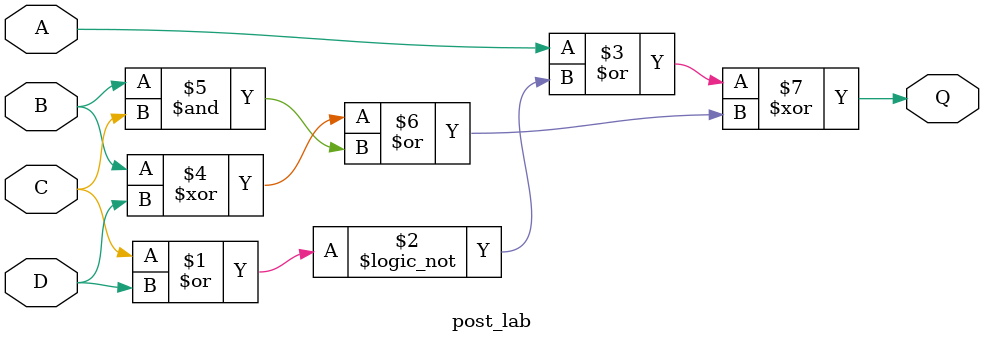
<source format=v>
module post_lab(A,B,C,D,Q);

    input A,B,C,D;
    output Q;
    assign Q = (A|(!(C|D)))^((B^D)|(B&C));

endmodule
</source>
